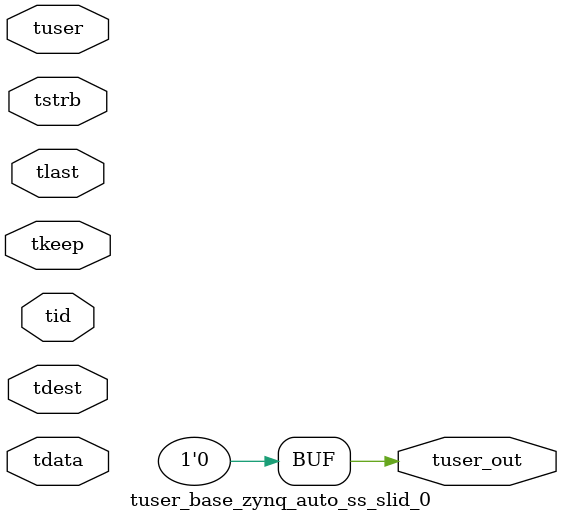
<source format=v>


`timescale 1ps/1ps

module tuser_base_zynq_auto_ss_slid_0 #
(
parameter C_S_AXIS_TUSER_WIDTH = 1,
parameter C_S_AXIS_TDATA_WIDTH = 32,
parameter C_S_AXIS_TID_WIDTH   = 0,
parameter C_S_AXIS_TDEST_WIDTH = 0,
parameter C_M_AXIS_TUSER_WIDTH = 1
)
(
input  [(C_S_AXIS_TUSER_WIDTH == 0 ? 1 : C_S_AXIS_TUSER_WIDTH)-1:0     ] tuser,
input  [(C_S_AXIS_TDATA_WIDTH == 0 ? 1 : C_S_AXIS_TDATA_WIDTH)-1:0     ] tdata,
input  [(C_S_AXIS_TID_WIDTH   == 0 ? 1 : C_S_AXIS_TID_WIDTH)-1:0       ] tid,
input  [(C_S_AXIS_TDEST_WIDTH == 0 ? 1 : C_S_AXIS_TDEST_WIDTH)-1:0     ] tdest,
input  [(C_S_AXIS_TDATA_WIDTH/8)-1:0 ] tkeep,
input  [(C_S_AXIS_TDATA_WIDTH/8)-1:0 ] tstrb,
input                                                                    tlast,
output [C_M_AXIS_TUSER_WIDTH-1:0] tuser_out
);

assign tuser_out = {1'b0};

endmodule


</source>
